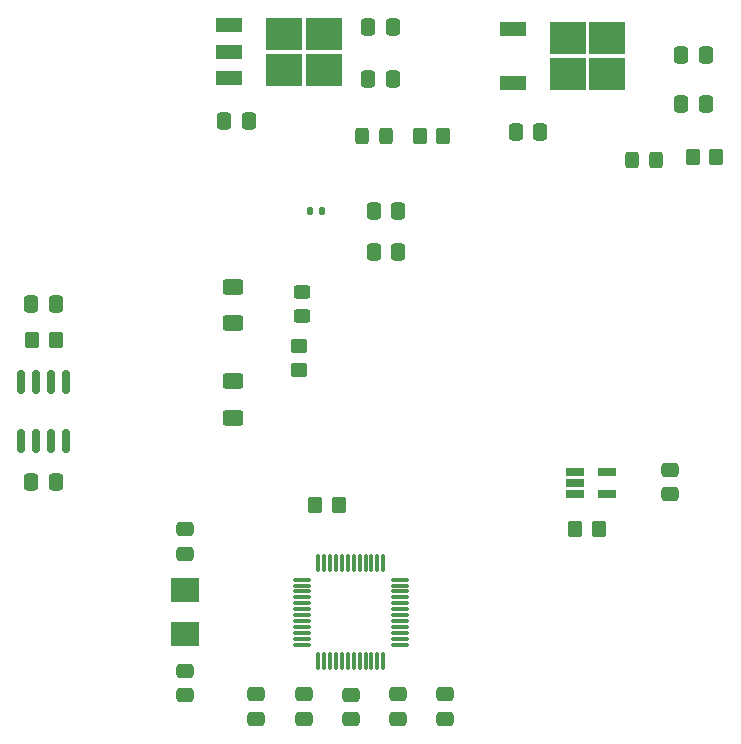
<source format=gbr>
%TF.GenerationSoftware,KiCad,Pcbnew,(6.0.7)*%
%TF.CreationDate,2023-02-12T17:10:21-05:00*%
%TF.ProjectId,PDB,5044422e-6b69-4636-9164-5f7063625858,rev?*%
%TF.SameCoordinates,Original*%
%TF.FileFunction,Paste,Top*%
%TF.FilePolarity,Positive*%
%FSLAX46Y46*%
G04 Gerber Fmt 4.6, Leading zero omitted, Abs format (unit mm)*
G04 Created by KiCad (PCBNEW (6.0.7)) date 2023-02-12 17:10:21*
%MOMM*%
%LPD*%
G01*
G04 APERTURE LIST*
G04 Aperture macros list*
%AMRoundRect*
0 Rectangle with rounded corners*
0 $1 Rounding radius*
0 $2 $3 $4 $5 $6 $7 $8 $9 X,Y pos of 4 corners*
0 Add a 4 corners polygon primitive as box body*
4,1,4,$2,$3,$4,$5,$6,$7,$8,$9,$2,$3,0*
0 Add four circle primitives for the rounded corners*
1,1,$1+$1,$2,$3*
1,1,$1+$1,$4,$5*
1,1,$1+$1,$6,$7*
1,1,$1+$1,$8,$9*
0 Add four rect primitives between the rounded corners*
20,1,$1+$1,$2,$3,$4,$5,0*
20,1,$1+$1,$4,$5,$6,$7,0*
20,1,$1+$1,$6,$7,$8,$9,0*
20,1,$1+$1,$8,$9,$2,$3,0*%
G04 Aperture macros list end*
%ADD10RoundRect,0.250000X-0.337500X-0.475000X0.337500X-0.475000X0.337500X0.475000X-0.337500X0.475000X0*%
%ADD11R,3.050000X2.750000*%
%ADD12R,2.200000X1.200000*%
%ADD13R,1.560000X0.650000*%
%ADD14RoundRect,0.250000X0.475000X-0.337500X0.475000X0.337500X-0.475000X0.337500X-0.475000X-0.337500X0*%
%ADD15RoundRect,0.147500X-0.147500X-0.172500X0.147500X-0.172500X0.147500X0.172500X-0.147500X0.172500X0*%
%ADD16RoundRect,0.250000X-0.625000X0.400000X-0.625000X-0.400000X0.625000X-0.400000X0.625000X0.400000X0*%
%ADD17RoundRect,0.250000X0.450000X-0.325000X0.450000X0.325000X-0.450000X0.325000X-0.450000X-0.325000X0*%
%ADD18RoundRect,0.250000X-0.350000X-0.450000X0.350000X-0.450000X0.350000X0.450000X-0.350000X0.450000X0*%
%ADD19RoundRect,0.250000X-0.475000X0.337500X-0.475000X-0.337500X0.475000X-0.337500X0.475000X0.337500X0*%
%ADD20RoundRect,0.150000X0.150000X-0.825000X0.150000X0.825000X-0.150000X0.825000X-0.150000X-0.825000X0*%
%ADD21RoundRect,0.250000X0.337500X0.475000X-0.337500X0.475000X-0.337500X-0.475000X0.337500X-0.475000X0*%
%ADD22RoundRect,0.250000X-0.450000X0.350000X-0.450000X-0.350000X0.450000X-0.350000X0.450000X0.350000X0*%
%ADD23RoundRect,0.250000X0.325000X0.450000X-0.325000X0.450000X-0.325000X-0.450000X0.325000X-0.450000X0*%
%ADD24RoundRect,0.250000X0.350000X0.450000X-0.350000X0.450000X-0.350000X-0.450000X0.350000X-0.450000X0*%
%ADD25R,2.400000X2.000000*%
%ADD26RoundRect,0.075000X-0.662500X-0.075000X0.662500X-0.075000X0.662500X0.075000X-0.662500X0.075000X0*%
%ADD27RoundRect,0.075000X-0.075000X-0.662500X0.075000X-0.662500X0.075000X0.662500X-0.075000X0.662500X0*%
G04 APERTURE END LIST*
D10*
%TO.C,C105*%
X136962500Y-90000000D03*
X139037500Y-90000000D03*
%TD*%
D11*
%TO.C,U101*%
X130708800Y-87450000D03*
X127358800Y-84400000D03*
X127358800Y-87450000D03*
X130708800Y-84400000D03*
D12*
X122733800Y-83645000D03*
X122733800Y-88205000D03*
%TD*%
D13*
%TO.C,U104*%
X128000000Y-121100000D03*
X128000000Y-122050000D03*
X128000000Y-123000000D03*
X130700000Y-123000000D03*
X130700000Y-121100000D03*
%TD*%
D14*
%TO.C,C116*%
X113000000Y-142037500D03*
X113000000Y-139962500D03*
%TD*%
D15*
%TO.C,L101*%
X105585000Y-99000000D03*
X106555000Y-99000000D03*
%TD*%
D16*
%TO.C,R107*%
X99000000Y-113450000D03*
X99000000Y-116550000D03*
%TD*%
D17*
%TO.C,D102*%
X104902000Y-107959000D03*
X104902000Y-105909000D03*
%TD*%
D14*
%TO.C,C112*%
X105000000Y-142037500D03*
X105000000Y-139962500D03*
%TD*%
D18*
%TO.C,R108*%
X106000000Y-123950000D03*
X108000000Y-123950000D03*
%TD*%
D10*
%TO.C,C117*%
X110962500Y-102530000D03*
X113037500Y-102530000D03*
%TD*%
D14*
%TO.C,C114*%
X109000000Y-142075000D03*
X109000000Y-140000000D03*
%TD*%
%TO.C,C111*%
X95000000Y-128037500D03*
X95000000Y-125962500D03*
%TD*%
D19*
%TO.C,C109*%
X136000000Y-120962500D03*
X136000000Y-123037500D03*
%TD*%
D10*
%TO.C,C108*%
X110461200Y-87830000D03*
X112536200Y-87830000D03*
%TD*%
D20*
%TO.C,U102*%
X81095000Y-118475000D03*
X82365000Y-118475000D03*
X83635000Y-118475000D03*
X84905000Y-118475000D03*
X84905000Y-113525000D03*
X83635000Y-113525000D03*
X82365000Y-113525000D03*
X81095000Y-113525000D03*
%TD*%
D21*
%TO.C,C102*%
X84037500Y-122000000D03*
X81962500Y-122000000D03*
%TD*%
D14*
%TO.C,C110*%
X101000000Y-142037500D03*
X101000000Y-139962500D03*
%TD*%
D10*
%TO.C,C104*%
X98283800Y-91440000D03*
X100358800Y-91440000D03*
%TD*%
D16*
%TO.C,R106*%
X99000000Y-105450000D03*
X99000000Y-108550000D03*
%TD*%
D10*
%TO.C,C107*%
X137000000Y-85835000D03*
X139075000Y-85835000D03*
%TD*%
D22*
%TO.C,R103*%
X104648000Y-110506000D03*
X104648000Y-112506000D03*
%TD*%
D23*
%TO.C,D103*%
X134883000Y-94742000D03*
X132833000Y-94742000D03*
%TD*%
D24*
%TO.C,R102*%
X130000000Y-126000000D03*
X128000000Y-126000000D03*
%TD*%
D10*
%TO.C,C106*%
X110461200Y-83485000D03*
X112536200Y-83485000D03*
%TD*%
D14*
%TO.C,C113*%
X95000000Y-140037500D03*
X95000000Y-137962500D03*
%TD*%
D18*
%TO.C,R105*%
X114824000Y-92710000D03*
X116824000Y-92710000D03*
%TD*%
D25*
%TO.C,Y101*%
X95000000Y-131150000D03*
X95000000Y-134850000D03*
%TD*%
D21*
%TO.C,C101*%
X84037500Y-106940000D03*
X81962500Y-106940000D03*
%TD*%
D23*
%TO.C,D104*%
X112023000Y-92710000D03*
X109973000Y-92710000D03*
%TD*%
D10*
%TO.C,C103*%
X122962500Y-92320000D03*
X125037500Y-92320000D03*
%TD*%
D26*
%TO.C,U105*%
X104837500Y-130250000D03*
X104837500Y-130750000D03*
X104837500Y-131250000D03*
X104837500Y-131750000D03*
X104837500Y-132250000D03*
X104837500Y-132750000D03*
X104837500Y-133250000D03*
X104837500Y-133750000D03*
X104837500Y-134250000D03*
X104837500Y-134750000D03*
X104837500Y-135250000D03*
X104837500Y-135750000D03*
D27*
X106250000Y-137162500D03*
X106750000Y-137162500D03*
X107250000Y-137162500D03*
X107750000Y-137162500D03*
X108250000Y-137162500D03*
X108750000Y-137162500D03*
X109250000Y-137162500D03*
X109750000Y-137162500D03*
X110250000Y-137162500D03*
X110750000Y-137162500D03*
X111250000Y-137162500D03*
X111750000Y-137162500D03*
D26*
X113162500Y-135750000D03*
X113162500Y-135250000D03*
X113162500Y-134750000D03*
X113162500Y-134250000D03*
X113162500Y-133750000D03*
X113162500Y-133250000D03*
X113162500Y-132750000D03*
X113162500Y-132250000D03*
X113162500Y-131750000D03*
X113162500Y-131250000D03*
X113162500Y-130750000D03*
X113162500Y-130250000D03*
D27*
X111750000Y-128837500D03*
X111250000Y-128837500D03*
X110750000Y-128837500D03*
X110250000Y-128837500D03*
X109750000Y-128837500D03*
X109250000Y-128837500D03*
X108750000Y-128837500D03*
X108250000Y-128837500D03*
X107750000Y-128837500D03*
X107250000Y-128837500D03*
X106750000Y-128837500D03*
X106250000Y-128837500D03*
%TD*%
D18*
%TO.C,R104*%
X137938000Y-94488000D03*
X139938000Y-94488000D03*
%TD*%
D14*
%TO.C,C118*%
X117000000Y-142037500D03*
X117000000Y-139962500D03*
%TD*%
D10*
%TO.C,C115*%
X110962500Y-99000000D03*
X113037500Y-99000000D03*
%TD*%
D11*
%TO.C,U103*%
X103351200Y-87060000D03*
X106701200Y-84010000D03*
X103351200Y-84010000D03*
X106701200Y-87060000D03*
D12*
X98726200Y-83255000D03*
X98726200Y-85535000D03*
X98726200Y-87815000D03*
%TD*%
D18*
%TO.C,R101*%
X82000000Y-110000000D03*
X84000000Y-110000000D03*
%TD*%
M02*

</source>
